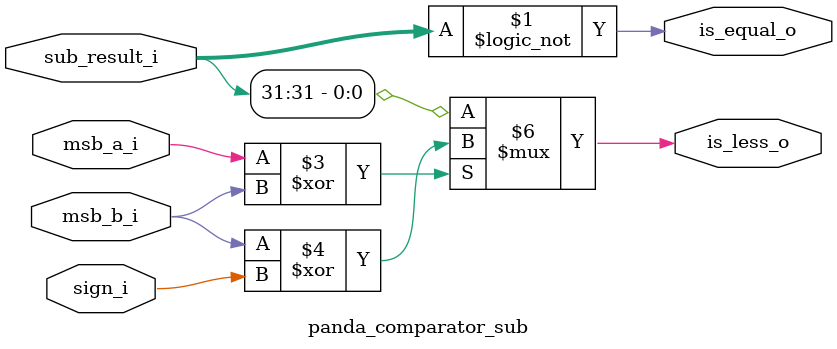
<source format=sv>

module panda_comparator_sub #(
  parameter Width = 32
) (
  input  logic [Width-1:0] sub_result_i, // Result of a - b
  input  logic             msb_a_i,      // sign bit of a
  input  logic             msb_b_i,      // sign bit of b
  input  logic             sign_i,       // signed comparison?
  output logic             is_equal_o,   // a == b
  output logic             is_less_o     // a < b
);

  // If a - b == 0 then a == b
  assign is_equal_o = sub_result_i == {Width{1'b0}};

  // If a and b have different signs, check MSB of b. For signed comparison
  // if MSB of b is 1 then a < b, and the opposite for unsigned comparison.
  // If a and b have the same sign, check subtraction's sign.
  // If a - b < 0 then a < b
  always_comb begin
    if (msb_a_i ^ msb_b_i) begin
      is_less_o = msb_b_i ^ sign_i;
    end else begin
      is_less_o = sub_result_i[Width-1];
    end
  end


endmodule

</source>
